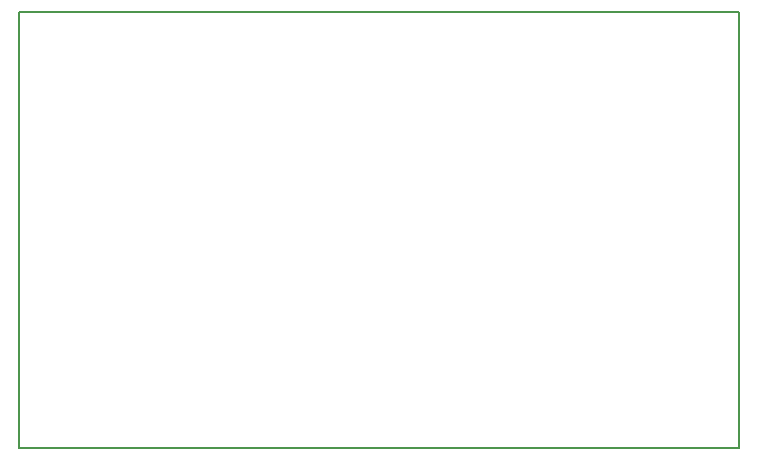
<source format=gbr>
G04 #@! TF.GenerationSoftware,KiCad,Pcbnew,5.0.2+dfsg1-1*
G04 #@! TF.CreationDate,2021-08-19T21:23:57+02:00*
G04 #@! TF.ProjectId,ergodox,6572676f-646f-4782-9e6b-696361645f70,rev?*
G04 #@! TF.SameCoordinates,Original*
G04 #@! TF.FileFunction,Profile,NP*
%FSLAX46Y46*%
G04 Gerber Fmt 4.6, Leading zero omitted, Abs format (unit mm)*
G04 Created by KiCad (PCBNEW 5.0.2+dfsg1-1) date jeu 19 aoû 2021 21:23:57 CEST*
%MOMM*%
%LPD*%
G01*
G04 APERTURE LIST*
%ADD10C,0.150000*%
G04 APERTURE END LIST*
D10*
X156718000Y-116586000D02*
X156718000Y-79629000D01*
X95758000Y-116586000D02*
X156718000Y-116586000D01*
X95758000Y-116586000D02*
X95758000Y-79629000D01*
X95758000Y-79629000D02*
X156718000Y-79629000D01*
M02*

</source>
